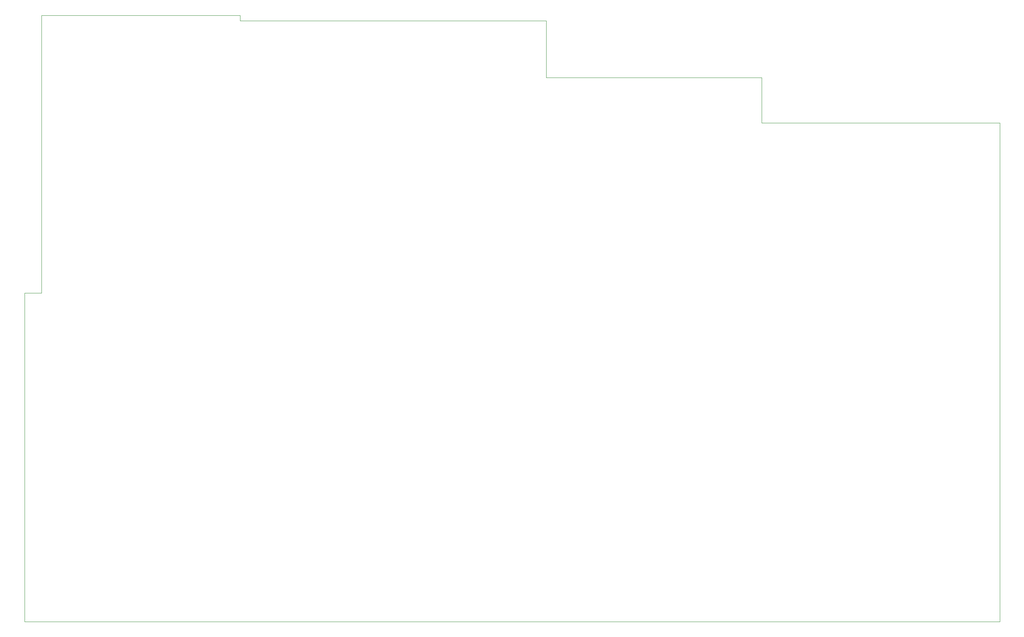
<source format=gbr>
G04*
G04 #@! TF.GenerationSoftware,Altium Limited,Altium Designer,23.3.1 (30)*
G04*
G04 Layer_Color=0*
%FSLAX44Y44*%
%MOMM*%
G71*
G04*
G04 #@! TF.SameCoordinates,A52F54F1-C2ED-4395-A2CA-60B108B84B01*
G04*
G04*
G04 #@! TF.FilePolarity,Positive*
G04*
G01*
G75*
%ADD184C,0.0254*%
D184*
X250000Y250000D02*
Y975000D01*
X287500D01*
Y1587500D01*
X725000D01*
Y1575000D01*
X1400000D01*
Y1450000D01*
X1875000Y1450000D01*
X1875000Y1350000D01*
X2400000D01*
Y250000D01*
X250000D01*
M02*

</source>
